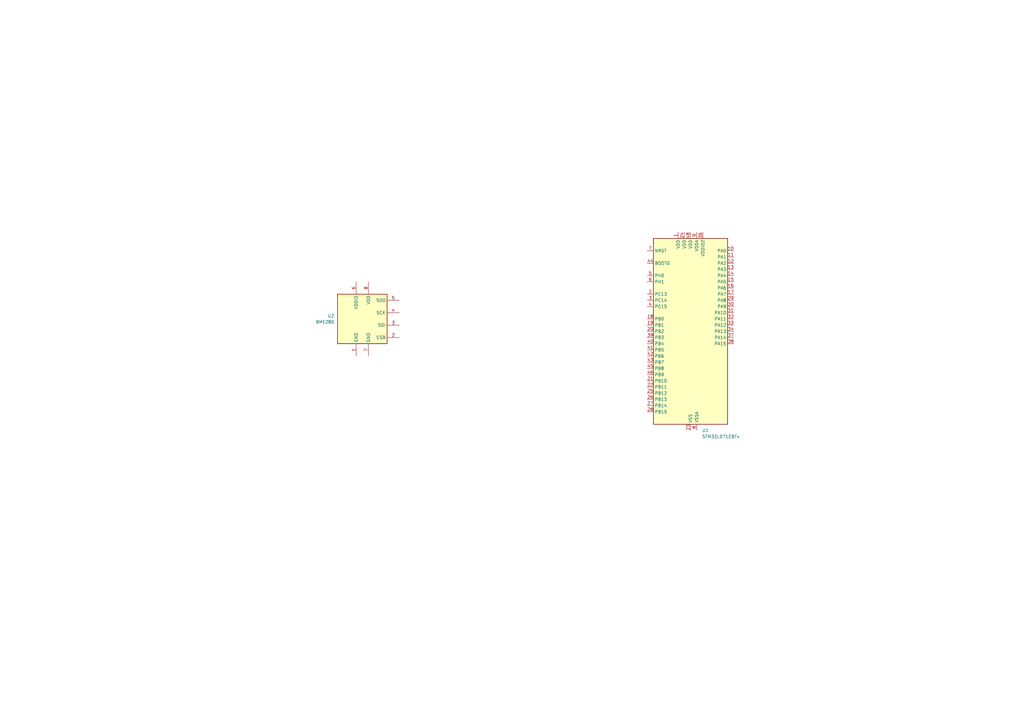
<source format=kicad_sch>
(kicad_sch (version 20231120) (generator "eeschema") (generator_version "8.0")
  (paper "A3")
  (lib_symbols
    (symbol "MCU_ST_STM32L0:STM32L071CBTx"
      (property "Reference" "U" (at -15.24 39.37 0))
      (property "Value" "STM32L071CBTx" (at 7.62 39.37 0))
      (symbol "STM32L071CBTx_0_1"
        (rectangle (start -15.24 -38.1) (end 15.24 38.1) (stroke (width 0.254)) (fill (type background)))
      )
      (symbol "STM32L071CBTx_1_1"
        (pin power_in line (at -5.08 40.64 270) (length 2.54) (name "VDD") (number "1"))
        (pin bidirectional line (at 17.78 33.02 180) (length 2.54) (name "PA0") (number "10"))
        (pin bidirectional line (at 17.78 30.48 180) (length 2.54) (name "PA1") (number "11"))
        (pin bidirectional line (at 17.78 27.94 180) (length 2.54) (name "PA2") (number "12"))
        (pin bidirectional line (at 17.78 25.4 180) (length 2.54) (name "PA3") (number "13"))
        (pin bidirectional line (at 17.78 22.86 180) (length 2.54) (name "PA4") (number "14"))
        (pin bidirectional line (at 17.78 20.32 180) (length 2.54) (name "PA5") (number "15"))
        (pin bidirectional line (at 17.78 17.78 180) (length 2.54) (name "PA6") (number "16"))
        (pin bidirectional line (at 17.78 15.24 180) (length 2.54) (name "PA7") (number "17"))
        (pin bidirectional line (at -17.78 5.08 0) (length 2.54) (name "PB0") (number "18"))
        (pin bidirectional line (at -17.78 2.54 0) (length 2.54) (name "PB1") (number "19"))
        (pin bidirectional line (at -17.78 15.24 0) (length 2.54) (name "PC13") (number "2"))
        (pin bidirectional line (at -17.78 0 0) (length 2.54) (name "PB2") (number "20"))
        (pin bidirectional line (at -17.78 -20.32 0) (length 2.54) (name "PB10") (number "21"))
        (pin bidirectional line (at -17.78 -22.86 0) (length 2.54) (name "PB11") (number "22"))
        (pin power_in line (at 0 -40.64 90) (length 2.54) (name "VSS") (number "23"))
        (pin power_in line (at -2.54 40.64 270) (length 2.54) (name "VDD") (number "24"))
        (pin bidirectional line (at -17.78 -25.4 0) (length 2.54) (name "PB12") (number "25"))
        (pin bidirectional line (at -17.78 -27.94 0) (length 2.54) (name "PB13") (number "26"))
        (pin bidirectional line (at -17.78 -30.48 0) (length 2.54) (name "PB14") (number "27"))
        (pin bidirectional line (at -17.78 -33.02 0) (length 2.54) (name "PB15") (number "28"))
        (pin bidirectional line (at 17.78 12.7 180) (length 2.54) (name "PA8") (number "29"))
        (pin bidirectional line (at -17.78 12.7 0) (length 2.54) (name "PC14") (number "3"))
        (pin bidirectional line (at 17.78 10.16 180) (length 2.54) (name "PA9") (number "30"))
        (pin bidirectional line (at 17.78 7.62 180) (length 2.54) (name "PA10") (number "31"))
        (pin bidirectional line (at 17.78 5.08 180) (length 2.54) (name "PA11") (number "32"))
        (pin bidirectional line (at 17.78 2.54 180) (length 2.54) (name "PA12") (number "33"))
        (pin bidirectional line (at 17.78 0 180) (length 2.54) (name "PA13") (number "34"))
        (pin passive line (at 0 -40.64 90) (length 2.54) hide (name "VSS") (number "35"))
        (pin power_in line (at 5.08 40.64 270) (length 2.54) (name "VDDIO2") (number "36"))
        (pin bidirectional line (at 17.78 -2.54 180) (length 2.54) (name "PA14") (number "37"))
        (pin bidirectional line (at 17.78 -5.08 180) (length 2.54) (name "PA15") (number "38"))
        (pin bidirectional line (at -17.78 -2.54 0) (length 2.54) (name "PB3") (number "39"))
        (pin bidirectional line (at -17.78 10.16 0) (length 2.54) (name "PC15") (number "4"))
        (pin bidirectional line (at -17.78 -5.08 0) (length 2.54) (name "PB4") (number "40"))
        (pin bidirectional line (at -17.78 -7.62 0) (length 2.54) (name "PB5") (number "41"))
        (pin bidirectional line (at -17.78 -10.16 0) (length 2.54) (name "PB6") (number "42"))
        (pin bidirectional line (at -17.78 -12.7 0) (length 2.54) (name "PB7") (number "43"))
        (pin input line (at -17.78 27.94 0) (length 2.54) (name "BOOT0") (number "44"))
        (pin bidirectional line (at -17.78 -15.24 0) (length 2.54) (name "PB8") (number "45"))
        (pin bidirectional line (at -17.78 -17.78 0) (length 2.54) (name "PB9") (number "46"))
        (pin passive line (at 0 -40.64 90) (length 2.54) hide (name "VSS") (number "47"))
        (pin power_in line (at 0 40.64 270) (length 2.54) (name "VDD") (number "48"))
        (pin bidirectional line (at -17.78 22.86 0) (length 2.54) (name "PH0") (number "5"))
        (pin bidirectional line (at -17.78 20.32 0) (length 2.54) (name "PH1") (number "6"))
        (pin input line (at -17.78 33.02 0) (length 2.54) (name "NRST") (number "7"))
        (pin power_in line (at 2.54 -40.64 90) (length 2.54) (name "VSSA") (number "8"))
        (pin power_in line (at 2.54 40.64 270) (length 2.54) (name "VDDA") (number "9"))
      )
    )
    (symbol "Sensor:BME280"
      (property "Reference" "U" (at -8.89 11.43 0))
      (property "Value" "BME280" (at 7.62 11.43 0))
      (symbol "BME280_0_1"
        (rectangle (start -10.16 10.16) (end 10.16 -10.16) (stroke (width 0.254)) (fill (type background)))
      )
      (symbol "BME280_1_1"
        (pin power_in line (at -2.54 -15.24 90) (length 5.08) (name "GND") (number "1"))
        (pin input line (at 15.24 -7.62 180) (length 5.08) (name "CSB") (number "2"))
        (pin bidirectional line (at 15.24 -2.54 180) (length 5.08) (name "SDI") (number "3"))
        (pin input line (at 15.24 2.54 180) (length 5.08) (name "SCK") (number "4"))
        (pin bidirectional line (at 15.24 7.62 180) (length 5.08) (name "SDO") (number "5"))
        (pin power_in line (at -2.54 15.24 270) (length 5.08) (name "VDDIO") (number "6"))
        (pin power_in line (at 2.54 -15.24 90) (length 5.08) (name "GND") (number "7"))
        (pin power_in line (at 2.54 15.24 270) (length 5.08) (name "VDD") (number "8"))
      )
    )
  )
  (symbol (lib_id "Sensor:BME280") (at 148.59 130.81 0) (unit 1)
    (property "Reference" "U2" (at 137.16 129.5399 0) (effects (justify right)))
    (property "Value" "BME280" (at 137.16 132.0799 0) (effects (justify right)))
    (property "Footprint" "Package_LGA:Bosch_LGA-8_2.5x2.5mm_P0.65mm_ClockwisePinNumbering" (effects (hide yes)))
    (property "Datasheet" "https://www.bosch-sensortec.com/media/boschsensortec/downloads/datasheets/bst-bme280-ds002.pdf" (effects (hide yes)))
    (property "Description" "3-in-1 sensor, humidity, pressure, temperature, I2C and SPI interface, 1.71-3.6V, LGA-8" (effects (hide yes)))
  )
  (symbol (lib_id "MCU_ST_STM32L0:STM32L071CBTx") (at 283.21 135.89 0) (unit 1)
    (property "Reference" "U1" (at 287.9441 176.53 0) (effects (justify left)))
    (property "Value" "STM32L071CBTx" (at 287.9441 179.07 0) (effects (justify left)))
    (property "Footprint" "Package_QFP:LQFP-48_7x7mm_P0.5mm" (effects (hide yes)))
    (property "Datasheet" "https://www.st.com/resource/en/datasheet/stm32l071cb.pdf" (effects (hide yes)))
    (property "Description" "STMicroelectronics Arm Cortex-M0+ MCU, 128KB flash, 20KB RAM, 32 MHz, 1.65-3.6V, 37 GPIO, LQFP48" (effects (hide yes)))
  )
)
</source>
